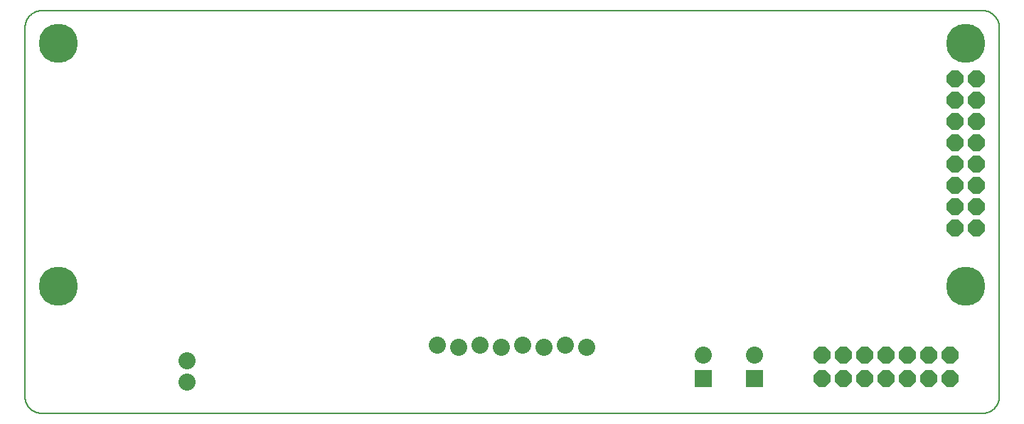
<source format=gbs>
G75*
%MOIN*%
%OFA0B0*%
%FSLAX25Y25*%
%IPPOS*%
%LPD*%
%AMOC8*
5,1,8,0,0,1.08239X$1,22.5*
%
%ADD10C,0.00591*%
%ADD11C,0.18380*%
%ADD12OC8,0.08000*%
%ADD13C,0.08000*%
%ADD14R,0.08000X0.08000*%
D10*
X0009374Y0196177D02*
X0450319Y0196177D01*
X0450509Y0196179D01*
X0450699Y0196186D01*
X0450889Y0196198D01*
X0451079Y0196214D01*
X0451268Y0196234D01*
X0451457Y0196260D01*
X0451645Y0196289D01*
X0451832Y0196324D01*
X0452018Y0196363D01*
X0452203Y0196406D01*
X0452388Y0196454D01*
X0452571Y0196506D01*
X0452752Y0196562D01*
X0452932Y0196623D01*
X0453111Y0196689D01*
X0453288Y0196758D01*
X0453464Y0196832D01*
X0453637Y0196910D01*
X0453809Y0196993D01*
X0453978Y0197079D01*
X0454146Y0197169D01*
X0454311Y0197264D01*
X0454474Y0197362D01*
X0454634Y0197465D01*
X0454792Y0197571D01*
X0454947Y0197681D01*
X0455100Y0197794D01*
X0455250Y0197912D01*
X0455396Y0198033D01*
X0455540Y0198157D01*
X0455681Y0198285D01*
X0455819Y0198416D01*
X0455954Y0198551D01*
X0456085Y0198689D01*
X0456213Y0198830D01*
X0456337Y0198974D01*
X0456458Y0199120D01*
X0456576Y0199270D01*
X0456689Y0199423D01*
X0456799Y0199578D01*
X0456905Y0199736D01*
X0457008Y0199896D01*
X0457106Y0200059D01*
X0457201Y0200224D01*
X0457291Y0200392D01*
X0457377Y0200561D01*
X0457460Y0200733D01*
X0457538Y0200906D01*
X0457612Y0201082D01*
X0457681Y0201259D01*
X0457747Y0201438D01*
X0457808Y0201618D01*
X0457864Y0201799D01*
X0457916Y0201982D01*
X0457964Y0202167D01*
X0458007Y0202352D01*
X0458046Y0202538D01*
X0458081Y0202725D01*
X0458110Y0202913D01*
X0458136Y0203102D01*
X0458156Y0203291D01*
X0458172Y0203481D01*
X0458184Y0203671D01*
X0458191Y0203861D01*
X0458193Y0204051D01*
X0458193Y0377280D01*
X0458191Y0377470D01*
X0458184Y0377660D01*
X0458172Y0377850D01*
X0458156Y0378040D01*
X0458136Y0378229D01*
X0458110Y0378418D01*
X0458081Y0378606D01*
X0458046Y0378793D01*
X0458007Y0378979D01*
X0457964Y0379164D01*
X0457916Y0379349D01*
X0457864Y0379532D01*
X0457808Y0379713D01*
X0457747Y0379893D01*
X0457681Y0380072D01*
X0457612Y0380249D01*
X0457538Y0380425D01*
X0457460Y0380598D01*
X0457377Y0380770D01*
X0457291Y0380939D01*
X0457201Y0381107D01*
X0457106Y0381272D01*
X0457008Y0381435D01*
X0456905Y0381595D01*
X0456799Y0381753D01*
X0456689Y0381908D01*
X0456576Y0382061D01*
X0456458Y0382211D01*
X0456337Y0382357D01*
X0456213Y0382501D01*
X0456085Y0382642D01*
X0455954Y0382780D01*
X0455819Y0382915D01*
X0455681Y0383046D01*
X0455540Y0383174D01*
X0455396Y0383298D01*
X0455250Y0383419D01*
X0455100Y0383537D01*
X0454947Y0383650D01*
X0454792Y0383760D01*
X0454634Y0383866D01*
X0454474Y0383969D01*
X0454311Y0384067D01*
X0454146Y0384162D01*
X0453978Y0384252D01*
X0453809Y0384338D01*
X0453637Y0384421D01*
X0453464Y0384499D01*
X0453288Y0384573D01*
X0453111Y0384642D01*
X0452932Y0384708D01*
X0452752Y0384769D01*
X0452571Y0384825D01*
X0452388Y0384877D01*
X0452203Y0384925D01*
X0452018Y0384968D01*
X0451832Y0385007D01*
X0451645Y0385042D01*
X0451457Y0385071D01*
X0451268Y0385097D01*
X0451079Y0385117D01*
X0450889Y0385133D01*
X0450699Y0385145D01*
X0450509Y0385152D01*
X0450319Y0385154D01*
X0009374Y0385154D01*
X0009184Y0385152D01*
X0008994Y0385145D01*
X0008804Y0385133D01*
X0008614Y0385117D01*
X0008425Y0385097D01*
X0008236Y0385071D01*
X0008048Y0385042D01*
X0007861Y0385007D01*
X0007675Y0384968D01*
X0007490Y0384925D01*
X0007305Y0384877D01*
X0007122Y0384825D01*
X0006941Y0384769D01*
X0006761Y0384708D01*
X0006582Y0384642D01*
X0006405Y0384573D01*
X0006229Y0384499D01*
X0006056Y0384421D01*
X0005884Y0384338D01*
X0005715Y0384252D01*
X0005547Y0384162D01*
X0005382Y0384067D01*
X0005219Y0383969D01*
X0005059Y0383866D01*
X0004901Y0383760D01*
X0004746Y0383650D01*
X0004593Y0383537D01*
X0004443Y0383419D01*
X0004297Y0383298D01*
X0004153Y0383174D01*
X0004012Y0383046D01*
X0003874Y0382915D01*
X0003739Y0382780D01*
X0003608Y0382642D01*
X0003480Y0382501D01*
X0003356Y0382357D01*
X0003235Y0382211D01*
X0003117Y0382061D01*
X0003004Y0381908D01*
X0002894Y0381753D01*
X0002788Y0381595D01*
X0002685Y0381435D01*
X0002587Y0381272D01*
X0002492Y0381107D01*
X0002402Y0380939D01*
X0002316Y0380770D01*
X0002233Y0380598D01*
X0002155Y0380425D01*
X0002081Y0380249D01*
X0002012Y0380072D01*
X0001946Y0379893D01*
X0001885Y0379713D01*
X0001829Y0379532D01*
X0001777Y0379349D01*
X0001729Y0379164D01*
X0001686Y0378979D01*
X0001647Y0378793D01*
X0001612Y0378606D01*
X0001583Y0378418D01*
X0001557Y0378229D01*
X0001537Y0378040D01*
X0001521Y0377850D01*
X0001509Y0377660D01*
X0001502Y0377470D01*
X0001500Y0377280D01*
X0001500Y0204051D01*
X0001502Y0203861D01*
X0001509Y0203671D01*
X0001521Y0203481D01*
X0001537Y0203291D01*
X0001557Y0203102D01*
X0001583Y0202913D01*
X0001612Y0202725D01*
X0001647Y0202538D01*
X0001686Y0202352D01*
X0001729Y0202167D01*
X0001777Y0201982D01*
X0001829Y0201799D01*
X0001885Y0201618D01*
X0001946Y0201438D01*
X0002012Y0201259D01*
X0002081Y0201082D01*
X0002155Y0200906D01*
X0002233Y0200733D01*
X0002316Y0200561D01*
X0002402Y0200392D01*
X0002492Y0200224D01*
X0002587Y0200059D01*
X0002685Y0199896D01*
X0002788Y0199736D01*
X0002894Y0199578D01*
X0003004Y0199423D01*
X0003117Y0199270D01*
X0003235Y0199120D01*
X0003356Y0198974D01*
X0003480Y0198830D01*
X0003608Y0198689D01*
X0003739Y0198551D01*
X0003874Y0198416D01*
X0004012Y0198285D01*
X0004153Y0198157D01*
X0004297Y0198033D01*
X0004443Y0197912D01*
X0004593Y0197794D01*
X0004746Y0197681D01*
X0004901Y0197571D01*
X0005059Y0197465D01*
X0005219Y0197362D01*
X0005382Y0197264D01*
X0005547Y0197169D01*
X0005715Y0197079D01*
X0005884Y0196993D01*
X0006056Y0196910D01*
X0006229Y0196832D01*
X0006405Y0196758D01*
X0006582Y0196689D01*
X0006761Y0196623D01*
X0006941Y0196562D01*
X0007122Y0196506D01*
X0007305Y0196454D01*
X0007490Y0196406D01*
X0007675Y0196363D01*
X0007861Y0196324D01*
X0008048Y0196289D01*
X0008236Y0196260D01*
X0008425Y0196234D01*
X0008614Y0196214D01*
X0008804Y0196198D01*
X0008994Y0196186D01*
X0009184Y0196179D01*
X0009374Y0196177D01*
D11*
X0017248Y0255665D03*
X0017248Y0369839D03*
X0442445Y0369839D03*
X0442445Y0255665D03*
D12*
X0447445Y0283224D03*
X0437445Y0283224D03*
X0437445Y0293224D03*
X0447445Y0293224D03*
X0447445Y0303224D03*
X0437445Y0303224D03*
X0437445Y0313224D03*
X0447445Y0313224D03*
X0447445Y0323224D03*
X0437445Y0323224D03*
X0437445Y0333224D03*
X0447445Y0333224D03*
X0447445Y0343224D03*
X0437445Y0343224D03*
X0437445Y0353224D03*
X0447445Y0353224D03*
X0435043Y0223331D03*
X0425043Y0223331D03*
X0415043Y0223331D03*
X0405043Y0223331D03*
X0395043Y0223331D03*
X0385043Y0223331D03*
X0375043Y0223331D03*
X0375043Y0212331D03*
X0385043Y0212331D03*
X0395043Y0212331D03*
X0405043Y0212331D03*
X0415043Y0212331D03*
X0425043Y0212331D03*
X0435043Y0212331D03*
D13*
X0343272Y0223331D03*
X0319492Y0223331D03*
X0264846Y0227173D03*
X0254846Y0228173D03*
X0244846Y0227173D03*
X0234846Y0228173D03*
X0224846Y0227173D03*
X0214846Y0228173D03*
X0204846Y0227173D03*
X0194846Y0228173D03*
X0077287Y0220862D03*
X0077287Y0210862D03*
D14*
X0319492Y0212331D03*
X0343272Y0212331D03*
M02*

</source>
